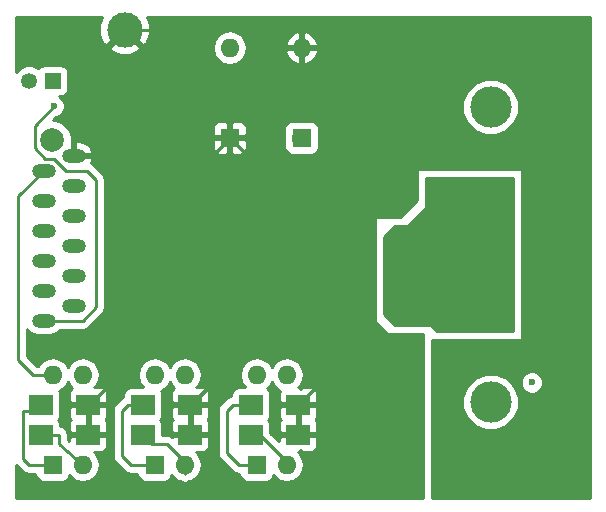
<source format=gbr>
G04 #@! TF.FileFunction,Copper,L2,Bot,Signal*
%FSLAX46Y46*%
G04 Gerber Fmt 4.6, Leading zero omitted, Abs format (unit mm)*
G04 Created by KiCad (PCBNEW 4.0.5) date 02/02/17 02:07:39*
%MOMM*%
%LPD*%
G01*
G04 APERTURE LIST*
%ADD10C,0.100000*%
%ADD11R,1.350000X1.350000*%
%ADD12C,1.350000*%
%ADD13C,3.000000*%
%ADD14R,1.600000X1.600000*%
%ADD15O,1.600000X1.600000*%
%ADD16R,2.000000X1.700000*%
%ADD17C,3.500000*%
%ADD18O,2.000000X1.200000*%
%ADD19C,2.000000*%
%ADD20C,0.600000*%
%ADD21C,0.250000*%
%ADD22C,0.254000*%
G04 APERTURE END LIST*
D10*
D11*
X160020000Y-91948000D03*
D12*
X158020000Y-91948000D03*
D13*
X166116000Y-87630000D03*
D14*
X168656000Y-124460000D03*
D15*
X171196000Y-116840000D03*
X171196000Y-124460000D03*
X168656000Y-116840000D03*
D14*
X181102000Y-96774000D03*
D15*
X181102000Y-89154000D03*
D14*
X160020000Y-124460000D03*
D15*
X162560000Y-116840000D03*
X162560000Y-124460000D03*
X160020000Y-116840000D03*
D14*
X177292000Y-124460000D03*
D15*
X179832000Y-116840000D03*
X179832000Y-124460000D03*
X177292000Y-116840000D03*
D14*
X175006000Y-96774000D03*
D15*
X175006000Y-89154000D03*
D16*
X176816000Y-121920000D03*
X180816000Y-121920000D03*
X167672000Y-119380000D03*
X171672000Y-119380000D03*
X167672000Y-121920000D03*
X171672000Y-121920000D03*
X159036000Y-119380000D03*
X163036000Y-119380000D03*
X159036000Y-121920000D03*
X163036000Y-121920000D03*
X176816000Y-119380000D03*
X180816000Y-119380000D03*
D17*
X197104000Y-94180000D03*
X197104000Y-119180000D03*
D18*
X161798000Y-98298000D03*
X159258000Y-99568000D03*
X161798000Y-100838000D03*
X159258000Y-102108000D03*
X161798000Y-103378000D03*
X159258000Y-104648000D03*
X161798000Y-105918000D03*
X159258000Y-107188000D03*
X161798000Y-108458000D03*
X159258000Y-109728000D03*
X161798000Y-110998000D03*
X159258000Y-112268000D03*
D19*
X159998000Y-96948000D03*
D20*
X188595000Y-114427000D03*
X186690000Y-119380000D03*
X174117000Y-100711000D03*
X170942000Y-90424000D03*
X200660000Y-110744000D03*
X200660000Y-108204000D03*
X200660000Y-105156000D03*
X200660000Y-102616000D03*
X171704000Y-100838000D03*
X183642000Y-104902000D03*
X179832000Y-104648000D03*
X168656000Y-100330000D03*
X192532000Y-111760000D03*
X191008000Y-108712000D03*
X160147000Y-94107000D03*
X200600000Y-117500000D03*
D21*
X161798000Y-98298000D02*
X173482000Y-98298000D01*
X173482000Y-98298000D02*
X175006000Y-96774000D01*
X188595000Y-114427000D02*
X185293000Y-111125000D01*
X185293000Y-106553000D02*
X183642000Y-104902000D01*
X185293000Y-111125000D02*
X185293000Y-106553000D01*
X200660000Y-102616000D02*
X200660000Y-99568000D01*
X176784000Y-98552000D02*
X175006000Y-96774000D01*
X199644000Y-98552000D02*
X176784000Y-98552000D01*
X200660000Y-99568000D02*
X199644000Y-98552000D01*
X186690000Y-119380000D02*
X186690000Y-116332000D01*
X186690000Y-116332000D02*
X188595000Y-114427000D01*
X186690000Y-119380000D02*
X180816000Y-119380000D01*
X179832000Y-104648000D02*
X178054000Y-104648000D01*
X178054000Y-104648000D02*
X174117000Y-100711000D01*
X175006000Y-99822000D02*
X175006000Y-96774000D01*
X174117000Y-100711000D02*
X175006000Y-99822000D01*
X171672000Y-119380000D02*
X171704000Y-119380000D01*
X171704000Y-119380000D02*
X174752000Y-116332000D01*
X174752000Y-116332000D02*
X174752000Y-115062000D01*
X174752000Y-115062000D02*
X175260000Y-114554000D01*
X175260000Y-114554000D02*
X182118000Y-114554000D01*
X182118000Y-114554000D02*
X182626000Y-115062000D01*
X182626000Y-115062000D02*
X182626000Y-117570000D01*
X182626000Y-117570000D02*
X180816000Y-119380000D01*
X180816000Y-119380000D02*
X180816000Y-118904000D01*
X171672000Y-118904000D02*
X171672000Y-119380000D01*
X163036000Y-119380000D02*
X163068000Y-119380000D01*
X163068000Y-119380000D02*
X166624000Y-115824000D01*
X173482000Y-117570000D02*
X171672000Y-119380000D01*
X173482000Y-115824000D02*
X173482000Y-117570000D01*
X172720000Y-115062000D02*
X173482000Y-115824000D01*
X167132000Y-115062000D02*
X172720000Y-115062000D01*
X166624000Y-115570000D02*
X167132000Y-115062000D01*
X166624000Y-115824000D02*
X166624000Y-115570000D01*
X180816000Y-121920000D02*
X180816000Y-119380000D01*
X171672000Y-121920000D02*
X171672000Y-119380000D01*
X163036000Y-121920000D02*
X163036000Y-119380000D01*
X175006000Y-93472000D02*
X175006000Y-96774000D01*
X171958000Y-90424000D02*
X175006000Y-93472000D01*
X170942000Y-90424000D02*
X171958000Y-90424000D01*
X181102000Y-89154000D02*
X178816000Y-89154000D01*
X177292000Y-87630000D02*
X166116000Y-87630000D01*
X178816000Y-89154000D02*
X177292000Y-87630000D01*
X175006000Y-96774000D02*
X175006000Y-93726000D01*
X175006000Y-93726000D02*
X179578000Y-89154000D01*
X179578000Y-89154000D02*
X181102000Y-89154000D01*
X200660000Y-110744000D02*
X200660000Y-108204000D01*
X200660000Y-108204000D02*
X200660000Y-105156000D01*
X200660000Y-102616000D02*
X200660000Y-105156000D01*
X171196000Y-100330000D02*
X168656000Y-100330000D01*
X171704000Y-100838000D02*
X171196000Y-100330000D01*
X183642000Y-104902000D02*
X183388000Y-104648000D01*
X183388000Y-104648000D02*
X179832000Y-104648000D01*
X192532000Y-110236000D02*
X192532000Y-111760000D01*
X191008000Y-108712000D02*
X192532000Y-110236000D01*
X160020000Y-116840000D02*
X158369000Y-116840000D01*
X157099000Y-101727000D02*
X159258000Y-99568000D01*
X157099000Y-115570000D02*
X157099000Y-101727000D01*
X158369000Y-116840000D02*
X157099000Y-115570000D01*
X160528000Y-116840000D02*
X160020000Y-116840000D01*
X163068000Y-116840000D02*
X162814000Y-116840000D01*
X159036000Y-121920000D02*
X160528000Y-121920000D01*
X162560000Y-124460000D02*
X160528000Y-122682000D01*
X160528000Y-122682000D02*
X160528000Y-121920000D01*
X158528000Y-119888000D02*
X157480000Y-119888000D01*
X157988000Y-124460000D02*
X157480000Y-123952000D01*
X157480000Y-123952000D02*
X157480000Y-119888000D01*
X157988000Y-124460000D02*
X160020000Y-124460000D01*
X158528000Y-119888000D02*
X159036000Y-119380000D01*
X171196000Y-124460000D02*
X171196000Y-125222000D01*
X171196000Y-124460000D02*
X171196000Y-124206000D01*
X171196000Y-124206000D02*
X169672000Y-122682000D01*
X169672000Y-122682000D02*
X168434000Y-122682000D01*
X168434000Y-122682000D02*
X167672000Y-121920000D01*
X168656000Y-124460000D02*
X166624000Y-124460000D01*
X166370000Y-119380000D02*
X167672000Y-119380000D01*
X165862000Y-119888000D02*
X166370000Y-119380000D01*
X165862000Y-123698000D02*
X165862000Y-119888000D01*
X166624000Y-124460000D02*
X165862000Y-123698000D01*
X176816000Y-121920000D02*
X177292000Y-121920000D01*
X179832000Y-124460000D02*
X179832000Y-124206000D01*
X179832000Y-124206000D02*
X177546000Y-121920000D01*
X177546000Y-121920000D02*
X176816000Y-121920000D01*
X177292000Y-124460000D02*
X175768000Y-124460000D01*
X175260000Y-119380000D02*
X176816000Y-119380000D01*
X174752000Y-119888000D02*
X175260000Y-119380000D01*
X174752000Y-123444000D02*
X174752000Y-119888000D01*
X175768000Y-124460000D02*
X174752000Y-123444000D01*
X177292000Y-124460000D02*
X177292000Y-123952000D01*
X162560000Y-112268000D02*
X159258000Y-112268000D01*
X163703000Y-111125000D02*
X162560000Y-112268000D01*
X163703000Y-100330000D02*
X163703000Y-111125000D01*
X162941000Y-99568000D02*
X163703000Y-100330000D01*
X161163000Y-99568000D02*
X162941000Y-99568000D01*
X160147000Y-98552000D02*
X161163000Y-99568000D01*
X159385000Y-98552000D02*
X160147000Y-98552000D01*
X158496000Y-97663000D02*
X159385000Y-98552000D01*
X158496000Y-95758000D02*
X158496000Y-97663000D01*
X160147000Y-94107000D02*
X158496000Y-95758000D01*
X180340000Y-97028000D02*
X180340000Y-96520000D01*
D22*
G36*
X199009000Y-113157000D02*
X192584606Y-113157000D01*
X192113803Y-112686197D01*
X192071789Y-112658334D01*
X192024000Y-112649000D01*
X189028606Y-112649000D01*
X188087000Y-111707394D01*
X188087000Y-105208606D01*
X189028606Y-104267000D01*
X189992000Y-104267000D01*
X190041410Y-104256994D01*
X190081803Y-104229803D01*
X191605803Y-102705803D01*
X191633666Y-102663789D01*
X191643000Y-102616000D01*
X191643000Y-100203000D01*
X199009000Y-100203000D01*
X199009000Y-113157000D01*
X199009000Y-113157000D01*
G37*
X199009000Y-113157000D02*
X192584606Y-113157000D01*
X192113803Y-112686197D01*
X192071789Y-112658334D01*
X192024000Y-112649000D01*
X189028606Y-112649000D01*
X188087000Y-111707394D01*
X188087000Y-105208606D01*
X189028606Y-104267000D01*
X189992000Y-104267000D01*
X190041410Y-104256994D01*
X190081803Y-104229803D01*
X191605803Y-102705803D01*
X191633666Y-102663789D01*
X191643000Y-102616000D01*
X191643000Y-100203000D01*
X199009000Y-100203000D01*
X199009000Y-113157000D01*
G36*
X163973277Y-87246187D02*
X163989503Y-88095387D01*
X164283261Y-88804582D01*
X164602030Y-88964365D01*
X165936395Y-87630000D01*
X165922253Y-87615858D01*
X166101858Y-87436253D01*
X166116000Y-87450395D01*
X166130143Y-87436253D01*
X166309748Y-87615858D01*
X166295605Y-87630000D01*
X167629970Y-88964365D01*
X167948739Y-88804582D01*
X168258723Y-88013813D01*
X168242497Y-87164613D01*
X167992887Y-86562000D01*
X205538000Y-86562000D01*
X205538000Y-127306000D01*
X192151000Y-127306000D01*
X192151000Y-119652325D01*
X194718587Y-119652325D01*
X195080916Y-120529229D01*
X195751242Y-121200726D01*
X196627513Y-121564585D01*
X197576325Y-121565413D01*
X198453229Y-121203084D01*
X199124726Y-120532758D01*
X199488585Y-119656487D01*
X199489413Y-118707675D01*
X199127084Y-117830771D01*
X198981734Y-117685167D01*
X199664838Y-117685167D01*
X199806883Y-118028943D01*
X200069673Y-118292192D01*
X200413201Y-118434838D01*
X200785167Y-118435162D01*
X201128943Y-118293117D01*
X201392192Y-118030327D01*
X201534838Y-117686799D01*
X201535162Y-117314833D01*
X201393117Y-116971057D01*
X201130327Y-116707808D01*
X200786799Y-116565162D01*
X200414833Y-116564838D01*
X200071057Y-116706883D01*
X199807808Y-116969673D01*
X199665162Y-117313201D01*
X199664838Y-117685167D01*
X198981734Y-117685167D01*
X198456758Y-117159274D01*
X197580487Y-116795415D01*
X196631675Y-116794587D01*
X195754771Y-117156916D01*
X195083274Y-117827242D01*
X194719415Y-118703513D01*
X194718587Y-119652325D01*
X192151000Y-119652325D01*
X192151000Y-113919000D01*
X199644000Y-113919000D01*
X199693410Y-113908994D01*
X199735035Y-113880553D01*
X199762315Y-113838159D01*
X199771000Y-113792000D01*
X199771000Y-99568000D01*
X199760994Y-99518590D01*
X199732553Y-99476965D01*
X199690159Y-99449685D01*
X199644000Y-99441000D01*
X191008000Y-99441000D01*
X190958590Y-99451006D01*
X190916965Y-99479447D01*
X190889685Y-99521841D01*
X190881000Y-99568000D01*
X190881000Y-102055394D01*
X189431394Y-103505000D01*
X187452000Y-103505000D01*
X187402590Y-103515006D01*
X187360965Y-103543447D01*
X187333685Y-103585841D01*
X187325000Y-103632000D01*
X187325000Y-112268000D01*
X187335006Y-112317410D01*
X187362197Y-112357803D01*
X188378197Y-113373803D01*
X188420211Y-113401666D01*
X188468000Y-113411000D01*
X191389000Y-113411000D01*
X191389000Y-127306000D01*
X156920000Y-127306000D01*
X156920000Y-124455579D01*
X156942599Y-124489401D01*
X157450599Y-124997401D01*
X157697161Y-125162148D01*
X157988000Y-125220000D01*
X158572560Y-125220000D01*
X158572560Y-125260000D01*
X158616838Y-125495317D01*
X158755910Y-125711441D01*
X158968110Y-125856431D01*
X159220000Y-125907440D01*
X160820000Y-125907440D01*
X161055317Y-125863162D01*
X161271441Y-125724090D01*
X161416431Y-125511890D01*
X161447815Y-125356911D01*
X161545302Y-125502811D01*
X162010849Y-125813880D01*
X162560000Y-125923113D01*
X163109151Y-125813880D01*
X163574698Y-125502811D01*
X163885767Y-125037264D01*
X163995000Y-124488113D01*
X163995000Y-124431887D01*
X163885767Y-123882736D01*
X163574698Y-123417189D01*
X163556456Y-123405000D01*
X164162309Y-123405000D01*
X164395698Y-123308327D01*
X164574327Y-123129699D01*
X164671000Y-122896310D01*
X164671000Y-122205750D01*
X164512250Y-122047000D01*
X163163000Y-122047000D01*
X163163000Y-122067000D01*
X162909000Y-122067000D01*
X162909000Y-122047000D01*
X161559750Y-122047000D01*
X161401000Y-122205750D01*
X161401000Y-122436011D01*
X161288000Y-122337136D01*
X161288000Y-121920000D01*
X161230148Y-121629161D01*
X161065401Y-121382599D01*
X160818839Y-121217852D01*
X160683440Y-121190919D01*
X160683440Y-121070000D01*
X160639162Y-120834683D01*
X160518985Y-120647923D01*
X160632431Y-120481890D01*
X160683440Y-120230000D01*
X160683440Y-119665750D01*
X161401000Y-119665750D01*
X161401000Y-120356310D01*
X161497673Y-120589699D01*
X161557974Y-120650000D01*
X161497673Y-120710301D01*
X161401000Y-120943690D01*
X161401000Y-121634250D01*
X161559750Y-121793000D01*
X162909000Y-121793000D01*
X162909000Y-119507000D01*
X163163000Y-119507000D01*
X163163000Y-121793000D01*
X164512250Y-121793000D01*
X164671000Y-121634250D01*
X164671000Y-120943690D01*
X164574327Y-120710301D01*
X164514026Y-120650000D01*
X164574327Y-120589699D01*
X164671000Y-120356310D01*
X164671000Y-119888000D01*
X165102000Y-119888000D01*
X165102000Y-123698000D01*
X165159852Y-123988839D01*
X165324599Y-124235401D01*
X166086599Y-124997401D01*
X166333161Y-125162148D01*
X166624000Y-125220000D01*
X167208560Y-125220000D01*
X167208560Y-125260000D01*
X167252838Y-125495317D01*
X167391910Y-125711441D01*
X167604110Y-125856431D01*
X167856000Y-125907440D01*
X169456000Y-125907440D01*
X169691317Y-125863162D01*
X169907441Y-125724090D01*
X170052431Y-125511890D01*
X170083815Y-125356911D01*
X170181302Y-125502811D01*
X170646849Y-125813880D01*
X170779674Y-125840301D01*
X170905161Y-125924148D01*
X171196000Y-125982000D01*
X171486839Y-125924148D01*
X171612326Y-125840301D01*
X171745151Y-125813880D01*
X172210698Y-125502811D01*
X172521767Y-125037264D01*
X172631000Y-124488113D01*
X172631000Y-124431887D01*
X172521767Y-123882736D01*
X172210698Y-123417189D01*
X172192456Y-123405000D01*
X172798309Y-123405000D01*
X173031698Y-123308327D01*
X173210327Y-123129699D01*
X173307000Y-122896310D01*
X173307000Y-122205750D01*
X173148250Y-122047000D01*
X171799000Y-122047000D01*
X171799000Y-122067000D01*
X171545000Y-122067000D01*
X171545000Y-122047000D01*
X170195750Y-122047000D01*
X170142711Y-122100039D01*
X169962839Y-121979852D01*
X169672000Y-121922000D01*
X169319440Y-121922000D01*
X169319440Y-121070000D01*
X169275162Y-120834683D01*
X169154985Y-120647923D01*
X169268431Y-120481890D01*
X169319440Y-120230000D01*
X169319440Y-119665750D01*
X170037000Y-119665750D01*
X170037000Y-120356310D01*
X170133673Y-120589699D01*
X170193974Y-120650000D01*
X170133673Y-120710301D01*
X170037000Y-120943690D01*
X170037000Y-121634250D01*
X170195750Y-121793000D01*
X171545000Y-121793000D01*
X171545000Y-119507000D01*
X171799000Y-119507000D01*
X171799000Y-121793000D01*
X173148250Y-121793000D01*
X173307000Y-121634250D01*
X173307000Y-120943690D01*
X173210327Y-120710301D01*
X173150026Y-120650000D01*
X173210327Y-120589699D01*
X173307000Y-120356310D01*
X173307000Y-119888000D01*
X173992000Y-119888000D01*
X173992000Y-123444000D01*
X174049852Y-123734839D01*
X174214599Y-123981401D01*
X175230599Y-124997401D01*
X175477161Y-125162148D01*
X175768000Y-125220000D01*
X175844560Y-125220000D01*
X175844560Y-125260000D01*
X175888838Y-125495317D01*
X176027910Y-125711441D01*
X176240110Y-125856431D01*
X176492000Y-125907440D01*
X178092000Y-125907440D01*
X178327317Y-125863162D01*
X178543441Y-125724090D01*
X178688431Y-125511890D01*
X178719815Y-125356911D01*
X178817302Y-125502811D01*
X179282849Y-125813880D01*
X179832000Y-125923113D01*
X180381151Y-125813880D01*
X180846698Y-125502811D01*
X181157767Y-125037264D01*
X181267000Y-124488113D01*
X181267000Y-124431887D01*
X181157767Y-123882736D01*
X180846698Y-123417189D01*
X180828456Y-123405000D01*
X180943002Y-123405000D01*
X180943002Y-123246252D01*
X181101750Y-123405000D01*
X181942309Y-123405000D01*
X182175698Y-123308327D01*
X182354327Y-123129699D01*
X182451000Y-122896310D01*
X182451000Y-122205750D01*
X182292250Y-122047000D01*
X180943000Y-122047000D01*
X180943000Y-122067000D01*
X180689000Y-122067000D01*
X180689000Y-122047000D01*
X179339750Y-122047000D01*
X179181000Y-122205750D01*
X179181000Y-122480198D01*
X178463440Y-121762638D01*
X178463440Y-121070000D01*
X178419162Y-120834683D01*
X178298985Y-120647923D01*
X178412431Y-120481890D01*
X178463440Y-120230000D01*
X178463440Y-119665750D01*
X179181000Y-119665750D01*
X179181000Y-120356310D01*
X179277673Y-120589699D01*
X179337974Y-120650000D01*
X179277673Y-120710301D01*
X179181000Y-120943690D01*
X179181000Y-121634250D01*
X179339750Y-121793000D01*
X180689000Y-121793000D01*
X180689000Y-119507000D01*
X180943000Y-119507000D01*
X180943000Y-121793000D01*
X182292250Y-121793000D01*
X182451000Y-121634250D01*
X182451000Y-120943690D01*
X182354327Y-120710301D01*
X182294026Y-120650000D01*
X182354327Y-120589699D01*
X182451000Y-120356310D01*
X182451000Y-119665750D01*
X182292250Y-119507000D01*
X180943000Y-119507000D01*
X180689000Y-119507000D01*
X179339750Y-119507000D01*
X179181000Y-119665750D01*
X178463440Y-119665750D01*
X178463440Y-118530000D01*
X178419162Y-118294683D01*
X178280090Y-118078559D01*
X178148403Y-117988581D01*
X178306698Y-117882811D01*
X178562000Y-117500725D01*
X178817302Y-117882811D01*
X179271145Y-118186060D01*
X179181000Y-118403690D01*
X179181000Y-119094250D01*
X179339750Y-119253000D01*
X180689000Y-119253000D01*
X180689000Y-119233000D01*
X180943000Y-119233000D01*
X180943000Y-119253000D01*
X182292250Y-119253000D01*
X182451000Y-119094250D01*
X182451000Y-118403690D01*
X182354327Y-118170301D01*
X182175698Y-117991673D01*
X181942309Y-117895000D01*
X181101750Y-117895000D01*
X180943002Y-118053748D01*
X180943002Y-117895000D01*
X180828456Y-117895000D01*
X180846698Y-117882811D01*
X181157767Y-117417264D01*
X181267000Y-116868113D01*
X181267000Y-116811887D01*
X181157767Y-116262736D01*
X180846698Y-115797189D01*
X180381151Y-115486120D01*
X179832000Y-115376887D01*
X179282849Y-115486120D01*
X178817302Y-115797189D01*
X178562000Y-116179275D01*
X178306698Y-115797189D01*
X177841151Y-115486120D01*
X177292000Y-115376887D01*
X176742849Y-115486120D01*
X176277302Y-115797189D01*
X175966233Y-116262736D01*
X175857000Y-116811887D01*
X175857000Y-116868113D01*
X175966233Y-117417264D01*
X176277134Y-117882560D01*
X175816000Y-117882560D01*
X175580683Y-117926838D01*
X175364559Y-118065910D01*
X175219569Y-118278110D01*
X175168560Y-118530000D01*
X175168560Y-118638189D01*
X174969161Y-118677852D01*
X174924528Y-118707675D01*
X174722599Y-118842599D01*
X174214599Y-119350599D01*
X174049852Y-119597161D01*
X173992000Y-119888000D01*
X173307000Y-119888000D01*
X173307000Y-119665750D01*
X173148250Y-119507000D01*
X171799000Y-119507000D01*
X171545000Y-119507000D01*
X170195750Y-119507000D01*
X170037000Y-119665750D01*
X169319440Y-119665750D01*
X169319440Y-118530000D01*
X169275162Y-118294683D01*
X169208750Y-118191475D01*
X169670698Y-117882811D01*
X169926000Y-117500725D01*
X170181302Y-117882811D01*
X170332009Y-117983510D01*
X170312302Y-117991673D01*
X170133673Y-118170301D01*
X170037000Y-118403690D01*
X170037000Y-119094250D01*
X170195750Y-119253000D01*
X171545000Y-119253000D01*
X171545000Y-119233000D01*
X171799000Y-119233000D01*
X171799000Y-119253000D01*
X173148250Y-119253000D01*
X173307000Y-119094250D01*
X173307000Y-118403690D01*
X173210327Y-118170301D01*
X173031698Y-117991673D01*
X172798309Y-117895000D01*
X172192456Y-117895000D01*
X172210698Y-117882811D01*
X172521767Y-117417264D01*
X172631000Y-116868113D01*
X172631000Y-116811887D01*
X172521767Y-116262736D01*
X172210698Y-115797189D01*
X171745151Y-115486120D01*
X171196000Y-115376887D01*
X170646849Y-115486120D01*
X170181302Y-115797189D01*
X169926000Y-116179275D01*
X169670698Y-115797189D01*
X169205151Y-115486120D01*
X168656000Y-115376887D01*
X168106849Y-115486120D01*
X167641302Y-115797189D01*
X167330233Y-116262736D01*
X167221000Y-116811887D01*
X167221000Y-116868113D01*
X167330233Y-117417264D01*
X167641134Y-117882560D01*
X166672000Y-117882560D01*
X166436683Y-117926838D01*
X166220559Y-118065910D01*
X166075569Y-118278110D01*
X166024560Y-118530000D01*
X166024560Y-118714335D01*
X165832599Y-118842599D01*
X165324599Y-119350599D01*
X165159852Y-119597161D01*
X165102000Y-119888000D01*
X164671000Y-119888000D01*
X164671000Y-119665750D01*
X164512250Y-119507000D01*
X163163000Y-119507000D01*
X162909000Y-119507000D01*
X161559750Y-119507000D01*
X161401000Y-119665750D01*
X160683440Y-119665750D01*
X160683440Y-118530000D01*
X160639162Y-118294683D01*
X160572750Y-118191475D01*
X161034698Y-117882811D01*
X161290000Y-117500725D01*
X161545302Y-117882811D01*
X161696009Y-117983510D01*
X161676302Y-117991673D01*
X161497673Y-118170301D01*
X161401000Y-118403690D01*
X161401000Y-119094250D01*
X161559750Y-119253000D01*
X162909000Y-119253000D01*
X162909000Y-119233000D01*
X163163000Y-119233000D01*
X163163000Y-119253000D01*
X164512250Y-119253000D01*
X164671000Y-119094250D01*
X164671000Y-118403690D01*
X164574327Y-118170301D01*
X164395698Y-117991673D01*
X164162309Y-117895000D01*
X163556456Y-117895000D01*
X163574698Y-117882811D01*
X163885767Y-117417264D01*
X163995000Y-116868113D01*
X163995000Y-116811887D01*
X163885767Y-116262736D01*
X163574698Y-115797189D01*
X163109151Y-115486120D01*
X162560000Y-115376887D01*
X162010849Y-115486120D01*
X161545302Y-115797189D01*
X161290000Y-116179275D01*
X161034698Y-115797189D01*
X160569151Y-115486120D01*
X160020000Y-115376887D01*
X159470849Y-115486120D01*
X159005302Y-115797189D01*
X158816333Y-116080000D01*
X158683802Y-116080000D01*
X157859000Y-115255198D01*
X157859000Y-113001058D01*
X157952691Y-113141277D01*
X158353354Y-113408991D01*
X158825968Y-113503000D01*
X159690032Y-113503000D01*
X160162646Y-113408991D01*
X160563309Y-113141277D01*
X160638998Y-113028000D01*
X162560000Y-113028000D01*
X162850839Y-112970148D01*
X163097401Y-112805401D01*
X164240401Y-111662401D01*
X164405148Y-111415839D01*
X164463000Y-111125000D01*
X164463000Y-100330000D01*
X164405148Y-100039161D01*
X164240401Y-99792599D01*
X163478401Y-99030599D01*
X163263834Y-98887230D01*
X163387592Y-98653281D01*
X163391462Y-98615609D01*
X163266731Y-98425000D01*
X161925000Y-98425000D01*
X161925000Y-98445000D01*
X161671000Y-98445000D01*
X161671000Y-98425000D01*
X161651000Y-98425000D01*
X161651000Y-98171000D01*
X161671000Y-98171000D01*
X161671000Y-97063000D01*
X161925000Y-97063000D01*
X161925000Y-98171000D01*
X163266731Y-98171000D01*
X163391462Y-97980391D01*
X163387592Y-97942719D01*
X163161080Y-97514526D01*
X162787947Y-97205610D01*
X162325000Y-97063000D01*
X161925000Y-97063000D01*
X161671000Y-97063000D01*
X161632901Y-97063000D01*
X161632903Y-97059750D01*
X173571000Y-97059750D01*
X173571000Y-97700309D01*
X173667673Y-97933698D01*
X173846301Y-98112327D01*
X174079690Y-98209000D01*
X174720250Y-98209000D01*
X174879000Y-98050250D01*
X174879000Y-96901000D01*
X175133000Y-96901000D01*
X175133000Y-98050250D01*
X175291750Y-98209000D01*
X175932310Y-98209000D01*
X176165699Y-98112327D01*
X176344327Y-97933698D01*
X176441000Y-97700309D01*
X176441000Y-97059750D01*
X176282250Y-96901000D01*
X175133000Y-96901000D01*
X174879000Y-96901000D01*
X173729750Y-96901000D01*
X173571000Y-97059750D01*
X161632903Y-97059750D01*
X161633284Y-96624205D01*
X161384894Y-96023057D01*
X161209835Y-95847691D01*
X173571000Y-95847691D01*
X173571000Y-96488250D01*
X173729750Y-96647000D01*
X174879000Y-96647000D01*
X174879000Y-95497750D01*
X175133000Y-95497750D01*
X175133000Y-96647000D01*
X176282250Y-96647000D01*
X176409250Y-96520000D01*
X179580000Y-96520000D01*
X179580000Y-97028000D01*
X179637852Y-97318839D01*
X179654560Y-97343844D01*
X179654560Y-97574000D01*
X179698838Y-97809317D01*
X179837910Y-98025441D01*
X180050110Y-98170431D01*
X180302000Y-98221440D01*
X181902000Y-98221440D01*
X182137317Y-98177162D01*
X182353441Y-98038090D01*
X182498431Y-97825890D01*
X182549440Y-97574000D01*
X182549440Y-95974000D01*
X182505162Y-95738683D01*
X182366090Y-95522559D01*
X182153890Y-95377569D01*
X181902000Y-95326560D01*
X180302000Y-95326560D01*
X180066683Y-95370838D01*
X179850559Y-95509910D01*
X179705569Y-95722110D01*
X179654560Y-95974000D01*
X179654560Y-96204156D01*
X179637852Y-96229161D01*
X179580000Y-96520000D01*
X176409250Y-96520000D01*
X176441000Y-96488250D01*
X176441000Y-95847691D01*
X176344327Y-95614302D01*
X176165699Y-95435673D01*
X175932310Y-95339000D01*
X175291750Y-95339000D01*
X175133000Y-95497750D01*
X174879000Y-95497750D01*
X174720250Y-95339000D01*
X174079690Y-95339000D01*
X173846301Y-95435673D01*
X173667673Y-95614302D01*
X173571000Y-95847691D01*
X161209835Y-95847691D01*
X160925363Y-95562722D01*
X160324648Y-95313284D01*
X160015788Y-95313014D01*
X160286680Y-95042122D01*
X160332167Y-95042162D01*
X160675943Y-94900117D01*
X160924167Y-94652325D01*
X194718587Y-94652325D01*
X195080916Y-95529229D01*
X195751242Y-96200726D01*
X196627513Y-96564585D01*
X197576325Y-96565413D01*
X198453229Y-96203084D01*
X199124726Y-95532758D01*
X199488585Y-94656487D01*
X199489413Y-93707675D01*
X199127084Y-92830771D01*
X198456758Y-92159274D01*
X197580487Y-91795415D01*
X196631675Y-91794587D01*
X195754771Y-92156916D01*
X195083274Y-92827242D01*
X194719415Y-93703513D01*
X194718587Y-94652325D01*
X160924167Y-94652325D01*
X160939192Y-94637327D01*
X161081838Y-94293799D01*
X161082162Y-93921833D01*
X160940117Y-93578057D01*
X160677327Y-93314808D01*
X160570478Y-93270440D01*
X160695000Y-93270440D01*
X160930317Y-93226162D01*
X161146441Y-93087090D01*
X161291431Y-92874890D01*
X161342440Y-92623000D01*
X161342440Y-91273000D01*
X161298162Y-91037683D01*
X161159090Y-90821559D01*
X160946890Y-90676569D01*
X160695000Y-90625560D01*
X159345000Y-90625560D01*
X159109683Y-90669838D01*
X158893559Y-90808910D01*
X158828684Y-90903858D01*
X158763024Y-90838084D01*
X158281718Y-90638228D01*
X157760568Y-90637774D01*
X157278914Y-90836789D01*
X156920000Y-91195077D01*
X156920000Y-89143970D01*
X164781635Y-89143970D01*
X164941418Y-89462739D01*
X165732187Y-89772723D01*
X166581387Y-89756497D01*
X167290582Y-89462739D01*
X167450365Y-89143970D01*
X167432282Y-89125887D01*
X173571000Y-89125887D01*
X173571000Y-89182113D01*
X173680233Y-89731264D01*
X173991302Y-90196811D01*
X174456849Y-90507880D01*
X175006000Y-90617113D01*
X175555151Y-90507880D01*
X176020698Y-90196811D01*
X176331767Y-89731264D01*
X176377163Y-89503041D01*
X179710086Y-89503041D01*
X179949611Y-90009134D01*
X180364577Y-90385041D01*
X180752961Y-90545904D01*
X180975000Y-90423915D01*
X180975000Y-89281000D01*
X181229000Y-89281000D01*
X181229000Y-90423915D01*
X181451039Y-90545904D01*
X181839423Y-90385041D01*
X182254389Y-90009134D01*
X182493914Y-89503041D01*
X182372629Y-89281000D01*
X181229000Y-89281000D01*
X180975000Y-89281000D01*
X179831371Y-89281000D01*
X179710086Y-89503041D01*
X176377163Y-89503041D01*
X176441000Y-89182113D01*
X176441000Y-89125887D01*
X176377164Y-88804959D01*
X179710086Y-88804959D01*
X179831371Y-89027000D01*
X180975000Y-89027000D01*
X180975000Y-87884085D01*
X181229000Y-87884085D01*
X181229000Y-89027000D01*
X182372629Y-89027000D01*
X182493914Y-88804959D01*
X182254389Y-88298866D01*
X181839423Y-87922959D01*
X181451039Y-87762096D01*
X181229000Y-87884085D01*
X180975000Y-87884085D01*
X180752961Y-87762096D01*
X180364577Y-87922959D01*
X179949611Y-88298866D01*
X179710086Y-88804959D01*
X176377164Y-88804959D01*
X176331767Y-88576736D01*
X176020698Y-88111189D01*
X175555151Y-87800120D01*
X175006000Y-87690887D01*
X174456849Y-87800120D01*
X173991302Y-88111189D01*
X173680233Y-88576736D01*
X173571000Y-89125887D01*
X167432282Y-89125887D01*
X166116000Y-87809605D01*
X164781635Y-89143970D01*
X156920000Y-89143970D01*
X156920000Y-86562000D01*
X164241481Y-86562000D01*
X163973277Y-87246187D01*
X163973277Y-87246187D01*
G37*
X163973277Y-87246187D02*
X163989503Y-88095387D01*
X164283261Y-88804582D01*
X164602030Y-88964365D01*
X165936395Y-87630000D01*
X165922253Y-87615858D01*
X166101858Y-87436253D01*
X166116000Y-87450395D01*
X166130143Y-87436253D01*
X166309748Y-87615858D01*
X166295605Y-87630000D01*
X167629970Y-88964365D01*
X167948739Y-88804582D01*
X168258723Y-88013813D01*
X168242497Y-87164613D01*
X167992887Y-86562000D01*
X205538000Y-86562000D01*
X205538000Y-127306000D01*
X192151000Y-127306000D01*
X192151000Y-119652325D01*
X194718587Y-119652325D01*
X195080916Y-120529229D01*
X195751242Y-121200726D01*
X196627513Y-121564585D01*
X197576325Y-121565413D01*
X198453229Y-121203084D01*
X199124726Y-120532758D01*
X199488585Y-119656487D01*
X199489413Y-118707675D01*
X199127084Y-117830771D01*
X198981734Y-117685167D01*
X199664838Y-117685167D01*
X199806883Y-118028943D01*
X200069673Y-118292192D01*
X200413201Y-118434838D01*
X200785167Y-118435162D01*
X201128943Y-118293117D01*
X201392192Y-118030327D01*
X201534838Y-117686799D01*
X201535162Y-117314833D01*
X201393117Y-116971057D01*
X201130327Y-116707808D01*
X200786799Y-116565162D01*
X200414833Y-116564838D01*
X200071057Y-116706883D01*
X199807808Y-116969673D01*
X199665162Y-117313201D01*
X199664838Y-117685167D01*
X198981734Y-117685167D01*
X198456758Y-117159274D01*
X197580487Y-116795415D01*
X196631675Y-116794587D01*
X195754771Y-117156916D01*
X195083274Y-117827242D01*
X194719415Y-118703513D01*
X194718587Y-119652325D01*
X192151000Y-119652325D01*
X192151000Y-113919000D01*
X199644000Y-113919000D01*
X199693410Y-113908994D01*
X199735035Y-113880553D01*
X199762315Y-113838159D01*
X199771000Y-113792000D01*
X199771000Y-99568000D01*
X199760994Y-99518590D01*
X199732553Y-99476965D01*
X199690159Y-99449685D01*
X199644000Y-99441000D01*
X191008000Y-99441000D01*
X190958590Y-99451006D01*
X190916965Y-99479447D01*
X190889685Y-99521841D01*
X190881000Y-99568000D01*
X190881000Y-102055394D01*
X189431394Y-103505000D01*
X187452000Y-103505000D01*
X187402590Y-103515006D01*
X187360965Y-103543447D01*
X187333685Y-103585841D01*
X187325000Y-103632000D01*
X187325000Y-112268000D01*
X187335006Y-112317410D01*
X187362197Y-112357803D01*
X188378197Y-113373803D01*
X188420211Y-113401666D01*
X188468000Y-113411000D01*
X191389000Y-113411000D01*
X191389000Y-127306000D01*
X156920000Y-127306000D01*
X156920000Y-124455579D01*
X156942599Y-124489401D01*
X157450599Y-124997401D01*
X157697161Y-125162148D01*
X157988000Y-125220000D01*
X158572560Y-125220000D01*
X158572560Y-125260000D01*
X158616838Y-125495317D01*
X158755910Y-125711441D01*
X158968110Y-125856431D01*
X159220000Y-125907440D01*
X160820000Y-125907440D01*
X161055317Y-125863162D01*
X161271441Y-125724090D01*
X161416431Y-125511890D01*
X161447815Y-125356911D01*
X161545302Y-125502811D01*
X162010849Y-125813880D01*
X162560000Y-125923113D01*
X163109151Y-125813880D01*
X163574698Y-125502811D01*
X163885767Y-125037264D01*
X163995000Y-124488113D01*
X163995000Y-124431887D01*
X163885767Y-123882736D01*
X163574698Y-123417189D01*
X163556456Y-123405000D01*
X164162309Y-123405000D01*
X164395698Y-123308327D01*
X164574327Y-123129699D01*
X164671000Y-122896310D01*
X164671000Y-122205750D01*
X164512250Y-122047000D01*
X163163000Y-122047000D01*
X163163000Y-122067000D01*
X162909000Y-122067000D01*
X162909000Y-122047000D01*
X161559750Y-122047000D01*
X161401000Y-122205750D01*
X161401000Y-122436011D01*
X161288000Y-122337136D01*
X161288000Y-121920000D01*
X161230148Y-121629161D01*
X161065401Y-121382599D01*
X160818839Y-121217852D01*
X160683440Y-121190919D01*
X160683440Y-121070000D01*
X160639162Y-120834683D01*
X160518985Y-120647923D01*
X160632431Y-120481890D01*
X160683440Y-120230000D01*
X160683440Y-119665750D01*
X161401000Y-119665750D01*
X161401000Y-120356310D01*
X161497673Y-120589699D01*
X161557974Y-120650000D01*
X161497673Y-120710301D01*
X161401000Y-120943690D01*
X161401000Y-121634250D01*
X161559750Y-121793000D01*
X162909000Y-121793000D01*
X162909000Y-119507000D01*
X163163000Y-119507000D01*
X163163000Y-121793000D01*
X164512250Y-121793000D01*
X164671000Y-121634250D01*
X164671000Y-120943690D01*
X164574327Y-120710301D01*
X164514026Y-120650000D01*
X164574327Y-120589699D01*
X164671000Y-120356310D01*
X164671000Y-119888000D01*
X165102000Y-119888000D01*
X165102000Y-123698000D01*
X165159852Y-123988839D01*
X165324599Y-124235401D01*
X166086599Y-124997401D01*
X166333161Y-125162148D01*
X166624000Y-125220000D01*
X167208560Y-125220000D01*
X167208560Y-125260000D01*
X167252838Y-125495317D01*
X167391910Y-125711441D01*
X167604110Y-125856431D01*
X167856000Y-125907440D01*
X169456000Y-125907440D01*
X169691317Y-125863162D01*
X169907441Y-125724090D01*
X170052431Y-125511890D01*
X170083815Y-125356911D01*
X170181302Y-125502811D01*
X170646849Y-125813880D01*
X170779674Y-125840301D01*
X170905161Y-125924148D01*
X171196000Y-125982000D01*
X171486839Y-125924148D01*
X171612326Y-125840301D01*
X171745151Y-125813880D01*
X172210698Y-125502811D01*
X172521767Y-125037264D01*
X172631000Y-124488113D01*
X172631000Y-124431887D01*
X172521767Y-123882736D01*
X172210698Y-123417189D01*
X172192456Y-123405000D01*
X172798309Y-123405000D01*
X173031698Y-123308327D01*
X173210327Y-123129699D01*
X173307000Y-122896310D01*
X173307000Y-122205750D01*
X173148250Y-122047000D01*
X171799000Y-122047000D01*
X171799000Y-122067000D01*
X171545000Y-122067000D01*
X171545000Y-122047000D01*
X170195750Y-122047000D01*
X170142711Y-122100039D01*
X169962839Y-121979852D01*
X169672000Y-121922000D01*
X169319440Y-121922000D01*
X169319440Y-121070000D01*
X169275162Y-120834683D01*
X169154985Y-120647923D01*
X169268431Y-120481890D01*
X169319440Y-120230000D01*
X169319440Y-119665750D01*
X170037000Y-119665750D01*
X170037000Y-120356310D01*
X170133673Y-120589699D01*
X170193974Y-120650000D01*
X170133673Y-120710301D01*
X170037000Y-120943690D01*
X170037000Y-121634250D01*
X170195750Y-121793000D01*
X171545000Y-121793000D01*
X171545000Y-119507000D01*
X171799000Y-119507000D01*
X171799000Y-121793000D01*
X173148250Y-121793000D01*
X173307000Y-121634250D01*
X173307000Y-120943690D01*
X173210327Y-120710301D01*
X173150026Y-120650000D01*
X173210327Y-120589699D01*
X173307000Y-120356310D01*
X173307000Y-119888000D01*
X173992000Y-119888000D01*
X173992000Y-123444000D01*
X174049852Y-123734839D01*
X174214599Y-123981401D01*
X175230599Y-124997401D01*
X175477161Y-125162148D01*
X175768000Y-125220000D01*
X175844560Y-125220000D01*
X175844560Y-125260000D01*
X175888838Y-125495317D01*
X176027910Y-125711441D01*
X176240110Y-125856431D01*
X176492000Y-125907440D01*
X178092000Y-125907440D01*
X178327317Y-125863162D01*
X178543441Y-125724090D01*
X178688431Y-125511890D01*
X178719815Y-125356911D01*
X178817302Y-125502811D01*
X179282849Y-125813880D01*
X179832000Y-125923113D01*
X180381151Y-125813880D01*
X180846698Y-125502811D01*
X181157767Y-125037264D01*
X181267000Y-124488113D01*
X181267000Y-124431887D01*
X181157767Y-123882736D01*
X180846698Y-123417189D01*
X180828456Y-123405000D01*
X180943002Y-123405000D01*
X180943002Y-123246252D01*
X181101750Y-123405000D01*
X181942309Y-123405000D01*
X182175698Y-123308327D01*
X182354327Y-123129699D01*
X182451000Y-122896310D01*
X182451000Y-122205750D01*
X182292250Y-122047000D01*
X180943000Y-122047000D01*
X180943000Y-122067000D01*
X180689000Y-122067000D01*
X180689000Y-122047000D01*
X179339750Y-122047000D01*
X179181000Y-122205750D01*
X179181000Y-122480198D01*
X178463440Y-121762638D01*
X178463440Y-121070000D01*
X178419162Y-120834683D01*
X178298985Y-120647923D01*
X178412431Y-120481890D01*
X178463440Y-120230000D01*
X178463440Y-119665750D01*
X179181000Y-119665750D01*
X179181000Y-120356310D01*
X179277673Y-120589699D01*
X179337974Y-120650000D01*
X179277673Y-120710301D01*
X179181000Y-120943690D01*
X179181000Y-121634250D01*
X179339750Y-121793000D01*
X180689000Y-121793000D01*
X180689000Y-119507000D01*
X180943000Y-119507000D01*
X180943000Y-121793000D01*
X182292250Y-121793000D01*
X182451000Y-121634250D01*
X182451000Y-120943690D01*
X182354327Y-120710301D01*
X182294026Y-120650000D01*
X182354327Y-120589699D01*
X182451000Y-120356310D01*
X182451000Y-119665750D01*
X182292250Y-119507000D01*
X180943000Y-119507000D01*
X180689000Y-119507000D01*
X179339750Y-119507000D01*
X179181000Y-119665750D01*
X178463440Y-119665750D01*
X178463440Y-118530000D01*
X178419162Y-118294683D01*
X178280090Y-118078559D01*
X178148403Y-117988581D01*
X178306698Y-117882811D01*
X178562000Y-117500725D01*
X178817302Y-117882811D01*
X179271145Y-118186060D01*
X179181000Y-118403690D01*
X179181000Y-119094250D01*
X179339750Y-119253000D01*
X180689000Y-119253000D01*
X180689000Y-119233000D01*
X180943000Y-119233000D01*
X180943000Y-119253000D01*
X182292250Y-119253000D01*
X182451000Y-119094250D01*
X182451000Y-118403690D01*
X182354327Y-118170301D01*
X182175698Y-117991673D01*
X181942309Y-117895000D01*
X181101750Y-117895000D01*
X180943002Y-118053748D01*
X180943002Y-117895000D01*
X180828456Y-117895000D01*
X180846698Y-117882811D01*
X181157767Y-117417264D01*
X181267000Y-116868113D01*
X181267000Y-116811887D01*
X181157767Y-116262736D01*
X180846698Y-115797189D01*
X180381151Y-115486120D01*
X179832000Y-115376887D01*
X179282849Y-115486120D01*
X178817302Y-115797189D01*
X178562000Y-116179275D01*
X178306698Y-115797189D01*
X177841151Y-115486120D01*
X177292000Y-115376887D01*
X176742849Y-115486120D01*
X176277302Y-115797189D01*
X175966233Y-116262736D01*
X175857000Y-116811887D01*
X175857000Y-116868113D01*
X175966233Y-117417264D01*
X176277134Y-117882560D01*
X175816000Y-117882560D01*
X175580683Y-117926838D01*
X175364559Y-118065910D01*
X175219569Y-118278110D01*
X175168560Y-118530000D01*
X175168560Y-118638189D01*
X174969161Y-118677852D01*
X174924528Y-118707675D01*
X174722599Y-118842599D01*
X174214599Y-119350599D01*
X174049852Y-119597161D01*
X173992000Y-119888000D01*
X173307000Y-119888000D01*
X173307000Y-119665750D01*
X173148250Y-119507000D01*
X171799000Y-119507000D01*
X171545000Y-119507000D01*
X170195750Y-119507000D01*
X170037000Y-119665750D01*
X169319440Y-119665750D01*
X169319440Y-118530000D01*
X169275162Y-118294683D01*
X169208750Y-118191475D01*
X169670698Y-117882811D01*
X169926000Y-117500725D01*
X170181302Y-117882811D01*
X170332009Y-117983510D01*
X170312302Y-117991673D01*
X170133673Y-118170301D01*
X170037000Y-118403690D01*
X170037000Y-119094250D01*
X170195750Y-119253000D01*
X171545000Y-119253000D01*
X171545000Y-119233000D01*
X171799000Y-119233000D01*
X171799000Y-119253000D01*
X173148250Y-119253000D01*
X173307000Y-119094250D01*
X173307000Y-118403690D01*
X173210327Y-118170301D01*
X173031698Y-117991673D01*
X172798309Y-117895000D01*
X172192456Y-117895000D01*
X172210698Y-117882811D01*
X172521767Y-117417264D01*
X172631000Y-116868113D01*
X172631000Y-116811887D01*
X172521767Y-116262736D01*
X172210698Y-115797189D01*
X171745151Y-115486120D01*
X171196000Y-115376887D01*
X170646849Y-115486120D01*
X170181302Y-115797189D01*
X169926000Y-116179275D01*
X169670698Y-115797189D01*
X169205151Y-115486120D01*
X168656000Y-115376887D01*
X168106849Y-115486120D01*
X167641302Y-115797189D01*
X167330233Y-116262736D01*
X167221000Y-116811887D01*
X167221000Y-116868113D01*
X167330233Y-117417264D01*
X167641134Y-117882560D01*
X166672000Y-117882560D01*
X166436683Y-117926838D01*
X166220559Y-118065910D01*
X166075569Y-118278110D01*
X166024560Y-118530000D01*
X166024560Y-118714335D01*
X165832599Y-118842599D01*
X165324599Y-119350599D01*
X165159852Y-119597161D01*
X165102000Y-119888000D01*
X164671000Y-119888000D01*
X164671000Y-119665750D01*
X164512250Y-119507000D01*
X163163000Y-119507000D01*
X162909000Y-119507000D01*
X161559750Y-119507000D01*
X161401000Y-119665750D01*
X160683440Y-119665750D01*
X160683440Y-118530000D01*
X160639162Y-118294683D01*
X160572750Y-118191475D01*
X161034698Y-117882811D01*
X161290000Y-117500725D01*
X161545302Y-117882811D01*
X161696009Y-117983510D01*
X161676302Y-117991673D01*
X161497673Y-118170301D01*
X161401000Y-118403690D01*
X161401000Y-119094250D01*
X161559750Y-119253000D01*
X162909000Y-119253000D01*
X162909000Y-119233000D01*
X163163000Y-119233000D01*
X163163000Y-119253000D01*
X164512250Y-119253000D01*
X164671000Y-119094250D01*
X164671000Y-118403690D01*
X164574327Y-118170301D01*
X164395698Y-117991673D01*
X164162309Y-117895000D01*
X163556456Y-117895000D01*
X163574698Y-117882811D01*
X163885767Y-117417264D01*
X163995000Y-116868113D01*
X163995000Y-116811887D01*
X163885767Y-116262736D01*
X163574698Y-115797189D01*
X163109151Y-115486120D01*
X162560000Y-115376887D01*
X162010849Y-115486120D01*
X161545302Y-115797189D01*
X161290000Y-116179275D01*
X161034698Y-115797189D01*
X160569151Y-115486120D01*
X160020000Y-115376887D01*
X159470849Y-115486120D01*
X159005302Y-115797189D01*
X158816333Y-116080000D01*
X158683802Y-116080000D01*
X157859000Y-115255198D01*
X157859000Y-113001058D01*
X157952691Y-113141277D01*
X158353354Y-113408991D01*
X158825968Y-113503000D01*
X159690032Y-113503000D01*
X160162646Y-113408991D01*
X160563309Y-113141277D01*
X160638998Y-113028000D01*
X162560000Y-113028000D01*
X162850839Y-112970148D01*
X163097401Y-112805401D01*
X164240401Y-111662401D01*
X164405148Y-111415839D01*
X164463000Y-111125000D01*
X164463000Y-100330000D01*
X164405148Y-100039161D01*
X164240401Y-99792599D01*
X163478401Y-99030599D01*
X163263834Y-98887230D01*
X163387592Y-98653281D01*
X163391462Y-98615609D01*
X163266731Y-98425000D01*
X161925000Y-98425000D01*
X161925000Y-98445000D01*
X161671000Y-98445000D01*
X161671000Y-98425000D01*
X161651000Y-98425000D01*
X161651000Y-98171000D01*
X161671000Y-98171000D01*
X161671000Y-97063000D01*
X161925000Y-97063000D01*
X161925000Y-98171000D01*
X163266731Y-98171000D01*
X163391462Y-97980391D01*
X163387592Y-97942719D01*
X163161080Y-97514526D01*
X162787947Y-97205610D01*
X162325000Y-97063000D01*
X161925000Y-97063000D01*
X161671000Y-97063000D01*
X161632901Y-97063000D01*
X161632903Y-97059750D01*
X173571000Y-97059750D01*
X173571000Y-97700309D01*
X173667673Y-97933698D01*
X173846301Y-98112327D01*
X174079690Y-98209000D01*
X174720250Y-98209000D01*
X174879000Y-98050250D01*
X174879000Y-96901000D01*
X175133000Y-96901000D01*
X175133000Y-98050250D01*
X175291750Y-98209000D01*
X175932310Y-98209000D01*
X176165699Y-98112327D01*
X176344327Y-97933698D01*
X176441000Y-97700309D01*
X176441000Y-97059750D01*
X176282250Y-96901000D01*
X175133000Y-96901000D01*
X174879000Y-96901000D01*
X173729750Y-96901000D01*
X173571000Y-97059750D01*
X161632903Y-97059750D01*
X161633284Y-96624205D01*
X161384894Y-96023057D01*
X161209835Y-95847691D01*
X173571000Y-95847691D01*
X173571000Y-96488250D01*
X173729750Y-96647000D01*
X174879000Y-96647000D01*
X174879000Y-95497750D01*
X175133000Y-95497750D01*
X175133000Y-96647000D01*
X176282250Y-96647000D01*
X176409250Y-96520000D01*
X179580000Y-96520000D01*
X179580000Y-97028000D01*
X179637852Y-97318839D01*
X179654560Y-97343844D01*
X179654560Y-97574000D01*
X179698838Y-97809317D01*
X179837910Y-98025441D01*
X180050110Y-98170431D01*
X180302000Y-98221440D01*
X181902000Y-98221440D01*
X182137317Y-98177162D01*
X182353441Y-98038090D01*
X182498431Y-97825890D01*
X182549440Y-97574000D01*
X182549440Y-95974000D01*
X182505162Y-95738683D01*
X182366090Y-95522559D01*
X182153890Y-95377569D01*
X181902000Y-95326560D01*
X180302000Y-95326560D01*
X180066683Y-95370838D01*
X179850559Y-95509910D01*
X179705569Y-95722110D01*
X179654560Y-95974000D01*
X179654560Y-96204156D01*
X179637852Y-96229161D01*
X179580000Y-96520000D01*
X176409250Y-96520000D01*
X176441000Y-96488250D01*
X176441000Y-95847691D01*
X176344327Y-95614302D01*
X176165699Y-95435673D01*
X175932310Y-95339000D01*
X175291750Y-95339000D01*
X175133000Y-95497750D01*
X174879000Y-95497750D01*
X174720250Y-95339000D01*
X174079690Y-95339000D01*
X173846301Y-95435673D01*
X173667673Y-95614302D01*
X173571000Y-95847691D01*
X161209835Y-95847691D01*
X160925363Y-95562722D01*
X160324648Y-95313284D01*
X160015788Y-95313014D01*
X160286680Y-95042122D01*
X160332167Y-95042162D01*
X160675943Y-94900117D01*
X160924167Y-94652325D01*
X194718587Y-94652325D01*
X195080916Y-95529229D01*
X195751242Y-96200726D01*
X196627513Y-96564585D01*
X197576325Y-96565413D01*
X198453229Y-96203084D01*
X199124726Y-95532758D01*
X199488585Y-94656487D01*
X199489413Y-93707675D01*
X199127084Y-92830771D01*
X198456758Y-92159274D01*
X197580487Y-91795415D01*
X196631675Y-91794587D01*
X195754771Y-92156916D01*
X195083274Y-92827242D01*
X194719415Y-93703513D01*
X194718587Y-94652325D01*
X160924167Y-94652325D01*
X160939192Y-94637327D01*
X161081838Y-94293799D01*
X161082162Y-93921833D01*
X160940117Y-93578057D01*
X160677327Y-93314808D01*
X160570478Y-93270440D01*
X160695000Y-93270440D01*
X160930317Y-93226162D01*
X161146441Y-93087090D01*
X161291431Y-92874890D01*
X161342440Y-92623000D01*
X161342440Y-91273000D01*
X161298162Y-91037683D01*
X161159090Y-90821559D01*
X160946890Y-90676569D01*
X160695000Y-90625560D01*
X159345000Y-90625560D01*
X159109683Y-90669838D01*
X158893559Y-90808910D01*
X158828684Y-90903858D01*
X158763024Y-90838084D01*
X158281718Y-90638228D01*
X157760568Y-90637774D01*
X157278914Y-90836789D01*
X156920000Y-91195077D01*
X156920000Y-89143970D01*
X164781635Y-89143970D01*
X164941418Y-89462739D01*
X165732187Y-89772723D01*
X166581387Y-89756497D01*
X167290582Y-89462739D01*
X167450365Y-89143970D01*
X167432282Y-89125887D01*
X173571000Y-89125887D01*
X173571000Y-89182113D01*
X173680233Y-89731264D01*
X173991302Y-90196811D01*
X174456849Y-90507880D01*
X175006000Y-90617113D01*
X175555151Y-90507880D01*
X176020698Y-90196811D01*
X176331767Y-89731264D01*
X176377163Y-89503041D01*
X179710086Y-89503041D01*
X179949611Y-90009134D01*
X180364577Y-90385041D01*
X180752961Y-90545904D01*
X180975000Y-90423915D01*
X180975000Y-89281000D01*
X181229000Y-89281000D01*
X181229000Y-90423915D01*
X181451039Y-90545904D01*
X181839423Y-90385041D01*
X182254389Y-90009134D01*
X182493914Y-89503041D01*
X182372629Y-89281000D01*
X181229000Y-89281000D01*
X180975000Y-89281000D01*
X179831371Y-89281000D01*
X179710086Y-89503041D01*
X176377163Y-89503041D01*
X176441000Y-89182113D01*
X176441000Y-89125887D01*
X176377164Y-88804959D01*
X179710086Y-88804959D01*
X179831371Y-89027000D01*
X180975000Y-89027000D01*
X180975000Y-87884085D01*
X181229000Y-87884085D01*
X181229000Y-89027000D01*
X182372629Y-89027000D01*
X182493914Y-88804959D01*
X182254389Y-88298866D01*
X181839423Y-87922959D01*
X181451039Y-87762096D01*
X181229000Y-87884085D01*
X180975000Y-87884085D01*
X180752961Y-87762096D01*
X180364577Y-87922959D01*
X179949611Y-88298866D01*
X179710086Y-88804959D01*
X176377164Y-88804959D01*
X176331767Y-88576736D01*
X176020698Y-88111189D01*
X175555151Y-87800120D01*
X175006000Y-87690887D01*
X174456849Y-87800120D01*
X173991302Y-88111189D01*
X173680233Y-88576736D01*
X173571000Y-89125887D01*
X167432282Y-89125887D01*
X166116000Y-87809605D01*
X164781635Y-89143970D01*
X156920000Y-89143970D01*
X156920000Y-86562000D01*
X164241481Y-86562000D01*
X163973277Y-87246187D01*
M02*

</source>
